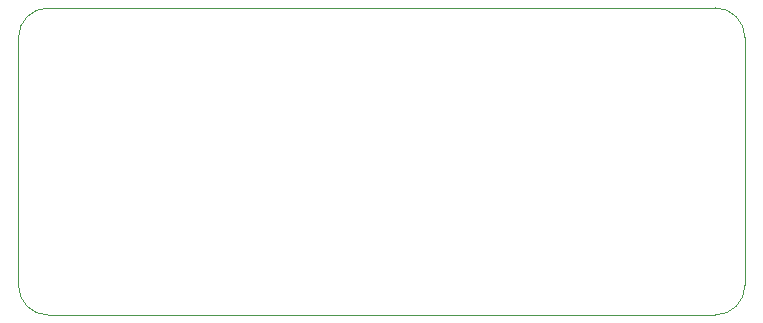
<source format=gbr>
%TF.GenerationSoftware,KiCad,Pcbnew,9.0.2*%
%TF.CreationDate,2025-07-11T15:27:11-07:00*%
%TF.ProjectId,I2C mux buffer,49324320-6d75-4782-9062-75666665722e,rev?*%
%TF.SameCoordinates,Original*%
%TF.FileFunction,Profile,NP*%
%FSLAX46Y46*%
G04 Gerber Fmt 4.6, Leading zero omitted, Abs format (unit mm)*
G04 Created by KiCad (PCBNEW 9.0.2) date 2025-07-11 15:27:11*
%MOMM*%
%LPD*%
G01*
G04 APERTURE LIST*
%TA.AperFunction,Profile*%
%ADD10C,0.050000*%
%TD*%
G04 APERTURE END LIST*
D10*
X105000000Y-95500000D02*
G75*
G02*
X102500000Y-98000000I-2500000J0D01*
G01*
X102500000Y-72000000D02*
G75*
G02*
X105000000Y-74500000I0J-2500000D01*
G01*
X46000000Y-98000000D02*
G75*
G02*
X43500000Y-95500000I0J2500000D01*
G01*
X43500000Y-74500000D02*
G75*
G02*
X46000000Y-72000000I2500000J0D01*
G01*
X105000000Y-74500000D02*
X105000000Y-95500000D01*
X102500000Y-98000000D02*
X46000000Y-98000000D01*
X46000000Y-72000000D02*
X102500000Y-72000000D01*
X43500000Y-95500000D02*
X43500000Y-74500000D01*
M02*

</source>
